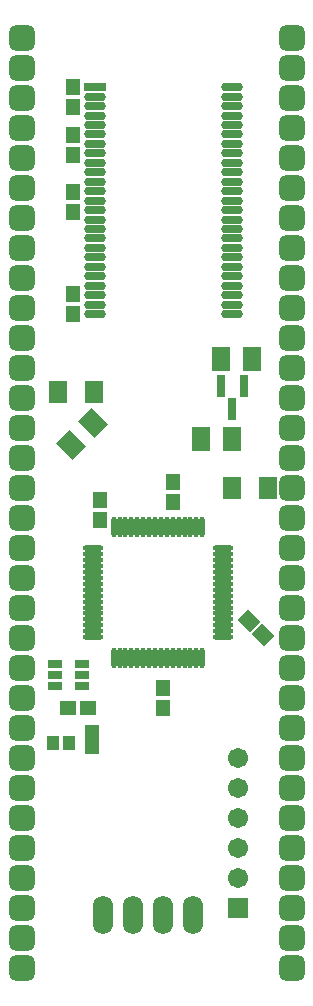
<source format=gts>
G04 Layer_Color=20142*
%FSLAX24Y24*%
%MOIN*%
G70*
G01*
G75*
%ADD40R,0.0592X0.0769*%
%ADD41R,0.0572X0.0513*%
%ADD42R,0.0631X0.0789*%
%ADD43R,0.0513X0.0572*%
G04:AMPARAMS|DCode=44|XSize=51.3mil|YSize=57.2mil|CornerRadius=0mil|HoleSize=0mil|Usage=FLASHONLY|Rotation=225.000|XOffset=0mil|YOffset=0mil|HoleType=Round|Shape=Rectangle|*
%AMROTATEDRECTD44*
4,1,4,-0.0021,0.0384,0.0384,-0.0021,0.0021,-0.0384,-0.0384,0.0021,-0.0021,0.0384,0.0*
%
%ADD44ROTATEDRECTD44*%

%ADD45R,0.0480X0.0280*%
%ADD46O,0.0178X0.0690*%
%ADD47O,0.0690X0.0178*%
%ADD48R,0.0454X0.0316*%
%ADD49R,0.0316X0.0749*%
G04:AMPARAMS|DCode=50|XSize=63.1mil|YSize=78.9mil|CornerRadius=0mil|HoleSize=0mil|Usage=FLASHONLY|Rotation=225.000|XOffset=0mil|YOffset=0mil|HoleType=Round|Shape=Rectangle|*
%AMROTATEDRECTD50*
4,1,4,-0.0056,0.0502,0.0502,-0.0056,0.0056,-0.0502,-0.0502,0.0056,-0.0056,0.0502,0.0*
%
%ADD50ROTATEDRECTD50*%

%ADD51R,0.0730X0.0297*%
%ADD52O,0.0730X0.0297*%
%ADD53R,0.0434X0.0493*%
G04:AMPARAMS|DCode=54|XSize=86.7mil|YSize=86.7mil|CornerRadius=23.7mil|HoleSize=0mil|Usage=FLASHONLY|Rotation=0.000|XOffset=0mil|YOffset=0mil|HoleType=Round|Shape=RoundedRectangle|*
%AMROUNDEDRECTD54*
21,1,0.0867,0.0394,0,0,0.0*
21,1,0.0394,0.0867,0,0,0.0*
1,1,0.0474,0.0197,-0.0197*
1,1,0.0474,-0.0197,-0.0197*
1,1,0.0474,-0.0197,0.0197*
1,1,0.0474,0.0197,0.0197*
%
%ADD54ROUNDEDRECTD54*%
%ADD55O,0.0671X0.1280*%
%ADD56R,0.0671X0.0671*%
%ADD57C,0.0671*%
G36*
X23340Y23910D02*
X22860D01*
Y24890D01*
X23340D01*
Y23910D01*
D02*
G37*
D40*
X21950Y36000D02*
D03*
X23151D02*
D03*
X28950Y32800D02*
D03*
X27749D02*
D03*
D41*
X22950Y25470D02*
D03*
X22281D02*
D03*
D42*
X27762Y34420D02*
D03*
X26738D02*
D03*
X27408Y37090D02*
D03*
X28432D02*
D03*
D43*
X22450Y39250D02*
D03*
Y38581D02*
D03*
Y42000D02*
D03*
Y42669D02*
D03*
Y43900D02*
D03*
Y44569D02*
D03*
Y45500D02*
D03*
Y46169D02*
D03*
X25800Y33000D02*
D03*
Y32331D02*
D03*
X25450Y25450D02*
D03*
Y26119D02*
D03*
X23350Y32400D02*
D03*
Y31731D02*
D03*
D44*
X28790Y27900D02*
D03*
X28317Y28373D02*
D03*
D45*
X23100Y24750D02*
D03*
Y24400D02*
D03*
Y24050D02*
D03*
D46*
X23814Y31475D02*
D03*
X24010D02*
D03*
X24207D02*
D03*
X24404D02*
D03*
X24601D02*
D03*
X24798D02*
D03*
X24995D02*
D03*
X25192D02*
D03*
X25388D02*
D03*
X25585D02*
D03*
X25782D02*
D03*
X25979D02*
D03*
X26176D02*
D03*
X26373D02*
D03*
X26570D02*
D03*
X26766D02*
D03*
Y27125D02*
D03*
X26570D02*
D03*
X26373D02*
D03*
X26176D02*
D03*
X25979D02*
D03*
X25782D02*
D03*
X25585D02*
D03*
X25388D02*
D03*
X25192D02*
D03*
X24995D02*
D03*
X24798D02*
D03*
X24601D02*
D03*
X24404D02*
D03*
X24207D02*
D03*
X24010D02*
D03*
X23814D02*
D03*
D47*
X27465Y30776D02*
D03*
Y30580D02*
D03*
Y30383D02*
D03*
Y30186D02*
D03*
Y29989D02*
D03*
Y29792D02*
D03*
Y29595D02*
D03*
Y29398D02*
D03*
Y29202D02*
D03*
Y29005D02*
D03*
Y28808D02*
D03*
Y28611D02*
D03*
Y28414D02*
D03*
Y28217D02*
D03*
Y28020D02*
D03*
Y27824D02*
D03*
X23115D02*
D03*
Y28020D02*
D03*
Y28217D02*
D03*
Y28414D02*
D03*
Y28611D02*
D03*
Y28808D02*
D03*
Y29005D02*
D03*
Y29202D02*
D03*
Y29398D02*
D03*
Y29595D02*
D03*
Y29792D02*
D03*
Y29989D02*
D03*
Y30186D02*
D03*
Y30383D02*
D03*
Y30580D02*
D03*
Y30776D02*
D03*
D48*
X21857Y26924D02*
D03*
Y26550D02*
D03*
Y26176D02*
D03*
X22743Y26924D02*
D03*
Y26550D02*
D03*
Y26176D02*
D03*
D49*
X27770Y35416D02*
D03*
X27396Y36204D02*
D03*
X28144D02*
D03*
D50*
X23112Y34962D02*
D03*
X22388Y34238D02*
D03*
D51*
X23200Y46150D02*
D03*
D52*
Y45835D02*
D03*
Y45520D02*
D03*
Y45205D02*
D03*
Y44890D02*
D03*
Y44575D02*
D03*
Y44260D02*
D03*
Y43945D02*
D03*
Y43630D02*
D03*
Y43315D02*
D03*
Y43000D02*
D03*
Y42685D02*
D03*
Y42370D02*
D03*
Y42056D02*
D03*
Y41741D02*
D03*
Y41426D02*
D03*
Y41111D02*
D03*
Y40796D02*
D03*
Y40481D02*
D03*
Y40166D02*
D03*
Y39851D02*
D03*
Y39536D02*
D03*
Y39221D02*
D03*
Y38906D02*
D03*
Y38591D02*
D03*
X27751Y46150D02*
D03*
Y45835D02*
D03*
Y45520D02*
D03*
Y45205D02*
D03*
Y44890D02*
D03*
Y44575D02*
D03*
Y44260D02*
D03*
Y43945D02*
D03*
Y43630D02*
D03*
Y43315D02*
D03*
Y43000D02*
D03*
Y42685D02*
D03*
Y42370D02*
D03*
Y42056D02*
D03*
Y41741D02*
D03*
Y41426D02*
D03*
Y41111D02*
D03*
Y40796D02*
D03*
Y40481D02*
D03*
Y40166D02*
D03*
Y39851D02*
D03*
Y39536D02*
D03*
Y39221D02*
D03*
Y38906D02*
D03*
Y38591D02*
D03*
D53*
X22316Y24300D02*
D03*
X21784D02*
D03*
D54*
X29750Y16800D02*
D03*
Y17800D02*
D03*
Y18800D02*
D03*
Y19800D02*
D03*
Y20800D02*
D03*
Y21800D02*
D03*
Y22800D02*
D03*
Y23800D02*
D03*
Y24800D02*
D03*
Y25800D02*
D03*
Y26800D02*
D03*
Y27800D02*
D03*
Y28800D02*
D03*
Y29800D02*
D03*
Y30800D02*
D03*
Y31800D02*
D03*
Y32800D02*
D03*
Y33800D02*
D03*
Y34800D02*
D03*
Y35800D02*
D03*
Y36800D02*
D03*
Y37800D02*
D03*
Y38800D02*
D03*
Y39800D02*
D03*
Y40800D02*
D03*
Y41800D02*
D03*
Y42800D02*
D03*
Y43800D02*
D03*
Y44800D02*
D03*
Y45800D02*
D03*
Y46800D02*
D03*
Y47800D02*
D03*
X20750Y16800D02*
D03*
Y17800D02*
D03*
Y18800D02*
D03*
Y19800D02*
D03*
Y20800D02*
D03*
Y21800D02*
D03*
Y22800D02*
D03*
Y23800D02*
D03*
Y24800D02*
D03*
Y25800D02*
D03*
Y26800D02*
D03*
Y27800D02*
D03*
Y28800D02*
D03*
Y29800D02*
D03*
Y30800D02*
D03*
Y31800D02*
D03*
Y32800D02*
D03*
Y33800D02*
D03*
Y34800D02*
D03*
Y35800D02*
D03*
Y36800D02*
D03*
Y37800D02*
D03*
Y38800D02*
D03*
Y39800D02*
D03*
Y40800D02*
D03*
Y41800D02*
D03*
Y42800D02*
D03*
Y43800D02*
D03*
Y44800D02*
D03*
Y45800D02*
D03*
Y46800D02*
D03*
Y47800D02*
D03*
D55*
X23450Y18550D02*
D03*
X24450D02*
D03*
X25450D02*
D03*
X26450D02*
D03*
D56*
X27950Y18800D02*
D03*
D57*
Y19800D02*
D03*
Y20800D02*
D03*
Y21800D02*
D03*
Y22800D02*
D03*
Y23800D02*
D03*
M02*

</source>
